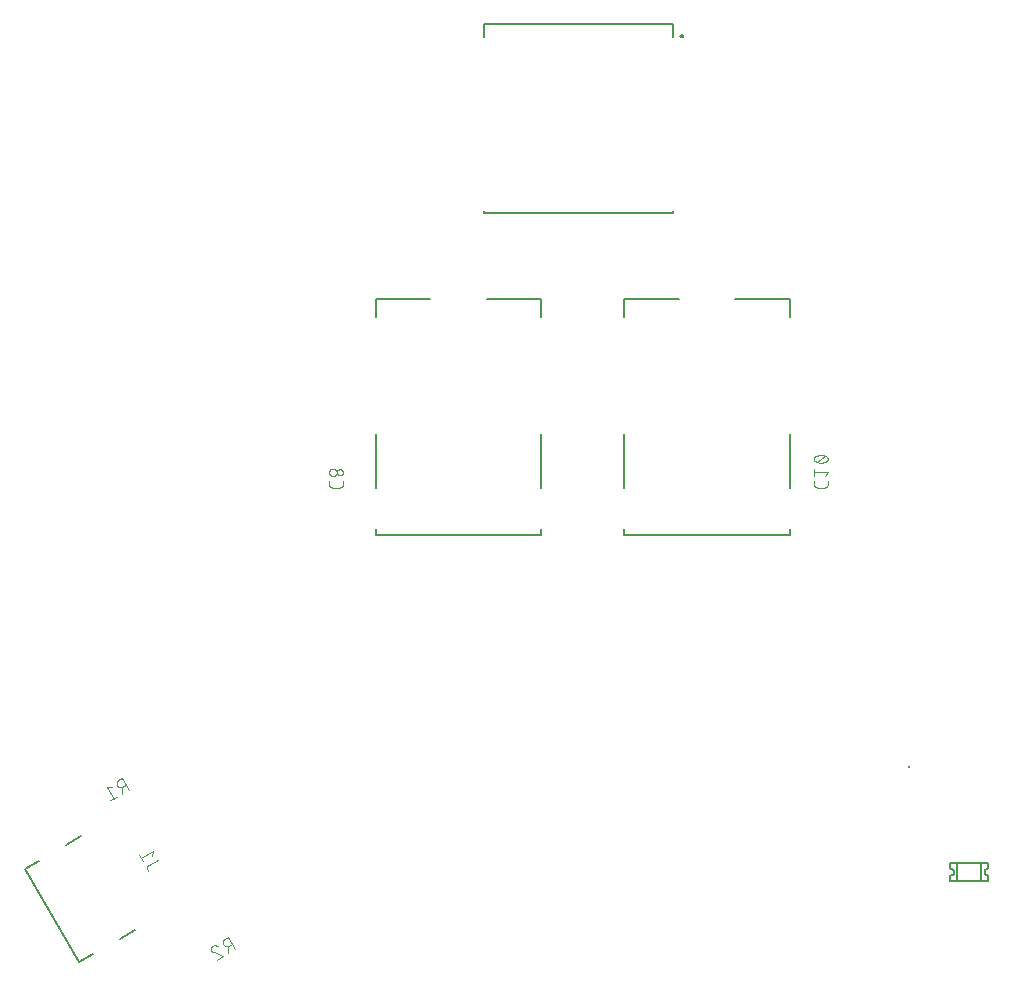
<source format=gbo>
G04 EAGLE Gerber RS-274X export*
G75*
%MOMM*%
%FSLAX34Y34*%
%LPD*%
%INBottom Silkscreen*%
%IPPOS*%
%AMOC8*
5,1,8,0,0,1.08239X$1,22.5*%
G01*
%ADD10C,0.127000*%
%ADD11C,0.200000*%
%ADD12C,0.101600*%
%ADD13C,0.152400*%
%ADD14C,0.254000*%


D10*
X564050Y816680D02*
X564050Y827680D01*
X404050Y827680D01*
X404050Y816680D01*
X564050Y669680D02*
X564050Y667680D01*
X404050Y667680D01*
X404050Y669680D01*
D11*
X570550Y817680D02*
X570552Y817743D01*
X570558Y817805D01*
X570568Y817867D01*
X570581Y817929D01*
X570599Y817989D01*
X570620Y818048D01*
X570645Y818106D01*
X570674Y818162D01*
X570706Y818216D01*
X570741Y818268D01*
X570779Y818317D01*
X570821Y818365D01*
X570865Y818409D01*
X570913Y818451D01*
X570962Y818489D01*
X571014Y818524D01*
X571068Y818556D01*
X571124Y818585D01*
X571182Y818610D01*
X571241Y818631D01*
X571301Y818649D01*
X571363Y818662D01*
X571425Y818672D01*
X571487Y818678D01*
X571550Y818680D01*
X571613Y818678D01*
X571675Y818672D01*
X571737Y818662D01*
X571799Y818649D01*
X571859Y818631D01*
X571918Y818610D01*
X571976Y818585D01*
X572032Y818556D01*
X572086Y818524D01*
X572138Y818489D01*
X572187Y818451D01*
X572235Y818409D01*
X572279Y818365D01*
X572321Y818317D01*
X572359Y818268D01*
X572394Y818216D01*
X572426Y818162D01*
X572455Y818106D01*
X572480Y818048D01*
X572501Y817989D01*
X572519Y817929D01*
X572532Y817867D01*
X572542Y817805D01*
X572548Y817743D01*
X572550Y817680D01*
X572548Y817617D01*
X572542Y817555D01*
X572532Y817493D01*
X572519Y817431D01*
X572501Y817371D01*
X572480Y817312D01*
X572455Y817254D01*
X572426Y817198D01*
X572394Y817144D01*
X572359Y817092D01*
X572321Y817043D01*
X572279Y816995D01*
X572235Y816951D01*
X572187Y816909D01*
X572138Y816871D01*
X572086Y816836D01*
X572032Y816804D01*
X571976Y816775D01*
X571918Y816750D01*
X571859Y816729D01*
X571799Y816711D01*
X571737Y816698D01*
X571675Y816688D01*
X571613Y816682D01*
X571550Y816680D01*
X571487Y816682D01*
X571425Y816688D01*
X571363Y816698D01*
X571301Y816711D01*
X571241Y816729D01*
X571182Y816750D01*
X571124Y816775D01*
X571068Y816804D01*
X571014Y816836D01*
X570962Y816871D01*
X570913Y816909D01*
X570865Y816951D01*
X570821Y816995D01*
X570779Y817043D01*
X570741Y817092D01*
X570706Y817144D01*
X570674Y817198D01*
X570645Y817254D01*
X570620Y817312D01*
X570599Y817371D01*
X570581Y817431D01*
X570568Y817493D01*
X570558Y817555D01*
X570552Y817617D01*
X570550Y817680D01*
X108982Y60902D02*
X95991Y53402D01*
X50291Y132556D02*
X63282Y140056D01*
X73474Y40402D02*
X61523Y33502D01*
X15823Y112656D01*
X27774Y119556D01*
D12*
X120232Y115623D02*
X128103Y120167D01*
X120233Y115623D02*
X120148Y115572D01*
X120065Y115517D01*
X119984Y115460D01*
X119905Y115399D01*
X119829Y115335D01*
X119755Y115268D01*
X119684Y115199D01*
X119615Y115127D01*
X119549Y115052D01*
X119487Y114975D01*
X119427Y114896D01*
X119370Y114814D01*
X119317Y114730D01*
X119266Y114644D01*
X119219Y114557D01*
X119176Y114467D01*
X119136Y114376D01*
X119099Y114284D01*
X119066Y114190D01*
X119037Y114095D01*
X119011Y113999D01*
X118989Y113902D01*
X118971Y113804D01*
X118956Y113706D01*
X118945Y113607D01*
X118938Y113508D01*
X118935Y113408D01*
X118936Y113309D01*
X118940Y113209D01*
X118949Y113110D01*
X118961Y113012D01*
X118976Y112913D01*
X118996Y112816D01*
X119019Y112719D01*
X119046Y112623D01*
X119077Y112529D01*
X119111Y112435D01*
X119149Y112343D01*
X119190Y112253D01*
X119235Y112164D01*
X119283Y112077D01*
X119282Y112077D02*
X119931Y110952D01*
X123217Y123436D02*
X123843Y127545D01*
X113724Y121703D01*
X115347Y118892D02*
X112102Y124514D01*
X103343Y179446D02*
X97501Y189564D01*
X94690Y187942D01*
X94593Y187884D01*
X94498Y187822D01*
X94405Y187757D01*
X94315Y187689D01*
X94227Y187618D01*
X94141Y187543D01*
X94058Y187466D01*
X93978Y187386D01*
X93901Y187303D01*
X93826Y187217D01*
X93755Y187129D01*
X93687Y187039D01*
X93622Y186946D01*
X93560Y186851D01*
X93502Y186754D01*
X93447Y186655D01*
X93396Y186554D01*
X93348Y186451D01*
X93303Y186347D01*
X93263Y186241D01*
X93226Y186134D01*
X93193Y186026D01*
X93163Y185916D01*
X93138Y185806D01*
X93116Y185695D01*
X93099Y185583D01*
X93085Y185470D01*
X93075Y185357D01*
X93069Y185244D01*
X93067Y185131D01*
X93069Y185018D01*
X93075Y184905D01*
X93085Y184792D01*
X93099Y184679D01*
X93116Y184567D01*
X93138Y184456D01*
X93163Y184346D01*
X93193Y184236D01*
X93226Y184128D01*
X93263Y184021D01*
X93303Y183915D01*
X93348Y183811D01*
X93396Y183708D01*
X93447Y183607D01*
X93502Y183508D01*
X93560Y183411D01*
X93622Y183316D01*
X93687Y183223D01*
X93755Y183133D01*
X93826Y183045D01*
X93901Y182959D01*
X93978Y182876D01*
X94058Y182796D01*
X94141Y182719D01*
X94227Y182644D01*
X94315Y182573D01*
X94405Y182505D01*
X94498Y182440D01*
X94593Y182378D01*
X94690Y182320D01*
X94789Y182265D01*
X94890Y182214D01*
X94993Y182166D01*
X95097Y182121D01*
X95203Y182081D01*
X95310Y182044D01*
X95418Y182011D01*
X95528Y181981D01*
X95638Y181956D01*
X95749Y181934D01*
X95861Y181917D01*
X95974Y181903D01*
X96087Y181893D01*
X96200Y181887D01*
X96313Y181885D01*
X96426Y181887D01*
X96539Y181893D01*
X96652Y181903D01*
X96765Y181917D01*
X96877Y181934D01*
X96988Y181956D01*
X97098Y181981D01*
X97208Y182011D01*
X97316Y182044D01*
X97423Y182081D01*
X97529Y182121D01*
X97633Y182166D01*
X97736Y182214D01*
X97837Y182265D01*
X97936Y182320D01*
X100747Y183943D01*
X97374Y181995D02*
X97722Y176200D01*
X88964Y181637D02*
X84856Y182263D01*
X90698Y172145D01*
X93508Y173767D02*
X87887Y170522D01*
X187450Y54918D02*
X193292Y44799D01*
X187450Y54918D02*
X184639Y53295D01*
X184542Y53237D01*
X184447Y53175D01*
X184354Y53110D01*
X184264Y53042D01*
X184176Y52971D01*
X184090Y52896D01*
X184007Y52819D01*
X183927Y52739D01*
X183850Y52656D01*
X183775Y52570D01*
X183704Y52482D01*
X183636Y52392D01*
X183571Y52299D01*
X183509Y52204D01*
X183451Y52107D01*
X183396Y52008D01*
X183345Y51907D01*
X183297Y51804D01*
X183252Y51700D01*
X183212Y51594D01*
X183175Y51487D01*
X183142Y51379D01*
X183112Y51269D01*
X183087Y51159D01*
X183065Y51048D01*
X183048Y50936D01*
X183034Y50823D01*
X183024Y50710D01*
X183018Y50597D01*
X183016Y50484D01*
X183018Y50371D01*
X183024Y50258D01*
X183034Y50145D01*
X183048Y50032D01*
X183065Y49920D01*
X183087Y49809D01*
X183112Y49699D01*
X183142Y49589D01*
X183175Y49481D01*
X183212Y49374D01*
X183252Y49268D01*
X183297Y49164D01*
X183345Y49061D01*
X183396Y48960D01*
X183451Y48861D01*
X183509Y48764D01*
X183571Y48669D01*
X183636Y48576D01*
X183704Y48486D01*
X183775Y48398D01*
X183850Y48312D01*
X183927Y48229D01*
X184007Y48149D01*
X184090Y48072D01*
X184176Y47997D01*
X184264Y47926D01*
X184354Y47858D01*
X184447Y47793D01*
X184542Y47731D01*
X184639Y47673D01*
X184738Y47618D01*
X184839Y47567D01*
X184942Y47519D01*
X185046Y47474D01*
X185152Y47434D01*
X185259Y47397D01*
X185367Y47364D01*
X185477Y47334D01*
X185587Y47309D01*
X185698Y47287D01*
X185810Y47270D01*
X185923Y47256D01*
X186036Y47246D01*
X186149Y47240D01*
X186262Y47238D01*
X186375Y47240D01*
X186488Y47246D01*
X186601Y47256D01*
X186714Y47270D01*
X186826Y47287D01*
X186937Y47309D01*
X187047Y47334D01*
X187157Y47364D01*
X187265Y47397D01*
X187372Y47434D01*
X187478Y47474D01*
X187582Y47519D01*
X187685Y47567D01*
X187786Y47618D01*
X187885Y47673D01*
X187885Y47674D02*
X190696Y49296D01*
X187323Y47349D02*
X187671Y41554D01*
X173454Y43464D02*
X173403Y43558D01*
X173354Y43653D01*
X173310Y43750D01*
X173269Y43848D01*
X173231Y43948D01*
X173197Y44049D01*
X173167Y44152D01*
X173141Y44255D01*
X173118Y44359D01*
X173100Y44465D01*
X173085Y44570D01*
X173074Y44676D01*
X173066Y44783D01*
X173063Y44889D01*
X173064Y44996D01*
X173068Y45103D01*
X173077Y45209D01*
X173089Y45315D01*
X173105Y45421D01*
X173125Y45525D01*
X173149Y45629D01*
X173177Y45732D01*
X173208Y45834D01*
X173243Y45935D01*
X173282Y46035D01*
X173324Y46133D01*
X173370Y46229D01*
X173420Y46323D01*
X173472Y46416D01*
X173528Y46507D01*
X173588Y46596D01*
X173650Y46682D01*
X173716Y46766D01*
X173785Y46848D01*
X173857Y46927D01*
X173931Y47003D01*
X174008Y47077D01*
X174088Y47147D01*
X174171Y47215D01*
X174256Y47280D01*
X174343Y47341D01*
X174432Y47400D01*
X174524Y47455D01*
X174629Y47514D01*
X174737Y47569D01*
X174846Y47621D01*
X174957Y47670D01*
X175070Y47714D01*
X175183Y47755D01*
X175299Y47793D01*
X175415Y47826D01*
X175532Y47856D01*
X175650Y47882D01*
X175769Y47905D01*
X175889Y47923D01*
X176009Y47938D01*
X176129Y47948D01*
X176250Y47955D01*
X176371Y47958D01*
X176492Y47957D01*
X176613Y47952D01*
X176734Y47943D01*
X176854Y47930D01*
X176974Y47914D01*
X177093Y47893D01*
X177212Y47869D01*
X177330Y47841D01*
X177446Y47809D01*
X177562Y47774D01*
X177676Y47734D01*
X177790Y47691D01*
X177901Y47645D01*
X178011Y47594D01*
X178120Y47541D01*
X178227Y47484D01*
X178331Y47423D01*
X178434Y47359D01*
X178535Y47292D01*
X178633Y47221D01*
X178729Y47148D01*
X178823Y47071D01*
X178914Y46992D01*
X175433Y41984D02*
X175326Y42012D01*
X175221Y42043D01*
X175116Y42079D01*
X175013Y42118D01*
X174911Y42160D01*
X174810Y42206D01*
X174712Y42256D01*
X174615Y42309D01*
X174520Y42366D01*
X174427Y42425D01*
X174336Y42488D01*
X174248Y42555D01*
X174162Y42624D01*
X174078Y42696D01*
X173997Y42771D01*
X173919Y42849D01*
X173844Y42930D01*
X173771Y43013D01*
X173701Y43099D01*
X173635Y43187D01*
X173571Y43277D01*
X173511Y43370D01*
X173454Y43465D01*
X175433Y41984D02*
X183457Y39121D01*
X177836Y35876D01*
X273008Y438104D02*
X273008Y440701D01*
X273008Y438104D02*
X273010Y438005D01*
X273016Y437905D01*
X273025Y437806D01*
X273038Y437708D01*
X273055Y437610D01*
X273076Y437512D01*
X273101Y437416D01*
X273129Y437321D01*
X273161Y437227D01*
X273196Y437134D01*
X273235Y437042D01*
X273278Y436952D01*
X273323Y436864D01*
X273373Y436777D01*
X273425Y436693D01*
X273481Y436610D01*
X273539Y436530D01*
X273601Y436452D01*
X273666Y436377D01*
X273734Y436304D01*
X273804Y436234D01*
X273877Y436166D01*
X273952Y436101D01*
X274030Y436039D01*
X274110Y435981D01*
X274193Y435925D01*
X274277Y435873D01*
X274364Y435823D01*
X274452Y435778D01*
X274542Y435735D01*
X274634Y435696D01*
X274727Y435661D01*
X274821Y435629D01*
X274916Y435601D01*
X275012Y435576D01*
X275110Y435555D01*
X275208Y435538D01*
X275306Y435525D01*
X275405Y435516D01*
X275505Y435510D01*
X275604Y435508D01*
X282096Y435508D01*
X282195Y435510D01*
X282295Y435516D01*
X282394Y435525D01*
X282492Y435538D01*
X282590Y435555D01*
X282688Y435576D01*
X282784Y435601D01*
X282879Y435629D01*
X282973Y435661D01*
X283066Y435696D01*
X283158Y435735D01*
X283248Y435778D01*
X283336Y435823D01*
X283423Y435873D01*
X283507Y435925D01*
X283590Y435981D01*
X283670Y436039D01*
X283748Y436101D01*
X283823Y436166D01*
X283896Y436234D01*
X283966Y436304D01*
X284034Y436377D01*
X284099Y436452D01*
X284161Y436530D01*
X284219Y436610D01*
X284275Y436693D01*
X284327Y436777D01*
X284377Y436864D01*
X284422Y436952D01*
X284465Y437042D01*
X284504Y437134D01*
X284539Y437226D01*
X284571Y437321D01*
X284599Y437416D01*
X284624Y437512D01*
X284645Y437610D01*
X284662Y437708D01*
X284675Y437806D01*
X284684Y437905D01*
X284690Y438005D01*
X284692Y438104D01*
X284692Y440701D01*
X276254Y445066D02*
X276367Y445068D01*
X276480Y445074D01*
X276593Y445084D01*
X276706Y445098D01*
X276818Y445115D01*
X276929Y445137D01*
X277039Y445162D01*
X277149Y445192D01*
X277257Y445225D01*
X277364Y445262D01*
X277470Y445302D01*
X277574Y445347D01*
X277677Y445395D01*
X277778Y445446D01*
X277877Y445501D01*
X277974Y445559D01*
X278069Y445621D01*
X278162Y445686D01*
X278252Y445754D01*
X278340Y445825D01*
X278426Y445900D01*
X278509Y445977D01*
X278589Y446057D01*
X278666Y446140D01*
X278741Y446226D01*
X278812Y446314D01*
X278880Y446404D01*
X278945Y446497D01*
X279007Y446592D01*
X279065Y446689D01*
X279120Y446788D01*
X279171Y446889D01*
X279219Y446992D01*
X279264Y447096D01*
X279304Y447202D01*
X279341Y447309D01*
X279374Y447417D01*
X279404Y447527D01*
X279429Y447637D01*
X279451Y447748D01*
X279468Y447860D01*
X279482Y447973D01*
X279492Y448086D01*
X279498Y448199D01*
X279500Y448312D01*
X279498Y448425D01*
X279492Y448538D01*
X279482Y448651D01*
X279468Y448764D01*
X279451Y448876D01*
X279429Y448987D01*
X279404Y449097D01*
X279374Y449207D01*
X279341Y449315D01*
X279304Y449422D01*
X279264Y449528D01*
X279219Y449632D01*
X279171Y449735D01*
X279120Y449836D01*
X279065Y449935D01*
X279007Y450032D01*
X278945Y450127D01*
X278880Y450220D01*
X278812Y450310D01*
X278741Y450398D01*
X278666Y450484D01*
X278589Y450567D01*
X278509Y450647D01*
X278426Y450724D01*
X278340Y450799D01*
X278252Y450870D01*
X278162Y450938D01*
X278069Y451003D01*
X277974Y451065D01*
X277877Y451123D01*
X277778Y451178D01*
X277677Y451229D01*
X277574Y451277D01*
X277470Y451322D01*
X277364Y451362D01*
X277257Y451399D01*
X277149Y451432D01*
X277039Y451462D01*
X276929Y451487D01*
X276818Y451509D01*
X276706Y451526D01*
X276593Y451540D01*
X276480Y451550D01*
X276367Y451556D01*
X276254Y451558D01*
X276141Y451556D01*
X276028Y451550D01*
X275915Y451540D01*
X275802Y451526D01*
X275690Y451509D01*
X275579Y451487D01*
X275469Y451462D01*
X275359Y451432D01*
X275251Y451399D01*
X275144Y451362D01*
X275038Y451322D01*
X274934Y451277D01*
X274831Y451229D01*
X274730Y451178D01*
X274631Y451123D01*
X274534Y451065D01*
X274439Y451003D01*
X274346Y450938D01*
X274256Y450870D01*
X274168Y450799D01*
X274082Y450724D01*
X273999Y450647D01*
X273919Y450567D01*
X273842Y450484D01*
X273767Y450398D01*
X273696Y450310D01*
X273628Y450220D01*
X273563Y450127D01*
X273501Y450032D01*
X273443Y449935D01*
X273388Y449836D01*
X273337Y449735D01*
X273289Y449632D01*
X273244Y449528D01*
X273204Y449422D01*
X273167Y449315D01*
X273134Y449207D01*
X273104Y449097D01*
X273079Y448987D01*
X273057Y448876D01*
X273040Y448764D01*
X273026Y448651D01*
X273016Y448538D01*
X273010Y448425D01*
X273008Y448312D01*
X273010Y448199D01*
X273016Y448086D01*
X273026Y447973D01*
X273040Y447860D01*
X273057Y447748D01*
X273079Y447637D01*
X273104Y447527D01*
X273134Y447417D01*
X273167Y447309D01*
X273204Y447202D01*
X273244Y447096D01*
X273289Y446992D01*
X273337Y446889D01*
X273388Y446788D01*
X273443Y446689D01*
X273501Y446592D01*
X273563Y446497D01*
X273628Y446404D01*
X273696Y446314D01*
X273767Y446226D01*
X273842Y446140D01*
X273919Y446057D01*
X273999Y445977D01*
X274082Y445900D01*
X274168Y445825D01*
X274256Y445754D01*
X274346Y445686D01*
X274439Y445621D01*
X274534Y445559D01*
X274631Y445501D01*
X274730Y445446D01*
X274831Y445395D01*
X274934Y445347D01*
X275038Y445302D01*
X275144Y445262D01*
X275251Y445225D01*
X275359Y445192D01*
X275469Y445162D01*
X275579Y445137D01*
X275690Y445115D01*
X275802Y445098D01*
X275915Y445084D01*
X276028Y445074D01*
X276141Y445068D01*
X276254Y445066D01*
X282096Y445716D02*
X282197Y445718D01*
X282297Y445724D01*
X282397Y445734D01*
X282497Y445747D01*
X282596Y445765D01*
X282695Y445786D01*
X282792Y445811D01*
X282889Y445840D01*
X282984Y445873D01*
X283078Y445909D01*
X283170Y445949D01*
X283261Y445992D01*
X283350Y446039D01*
X283437Y446089D01*
X283523Y446143D01*
X283606Y446200D01*
X283686Y446260D01*
X283765Y446323D01*
X283841Y446390D01*
X283914Y446459D01*
X283984Y446531D01*
X284052Y446605D01*
X284117Y446682D01*
X284178Y446762D01*
X284237Y446844D01*
X284292Y446928D01*
X284344Y447014D01*
X284393Y447102D01*
X284438Y447192D01*
X284480Y447284D01*
X284518Y447377D01*
X284552Y447472D01*
X284583Y447567D01*
X284610Y447664D01*
X284633Y447762D01*
X284653Y447861D01*
X284668Y447961D01*
X284680Y448061D01*
X284688Y448161D01*
X284692Y448262D01*
X284692Y448362D01*
X284688Y448463D01*
X284680Y448563D01*
X284668Y448663D01*
X284653Y448763D01*
X284633Y448862D01*
X284610Y448960D01*
X284583Y449057D01*
X284552Y449152D01*
X284518Y449247D01*
X284480Y449340D01*
X284438Y449432D01*
X284393Y449522D01*
X284344Y449610D01*
X284292Y449696D01*
X284237Y449780D01*
X284178Y449862D01*
X284117Y449942D01*
X284052Y450019D01*
X283984Y450093D01*
X283914Y450165D01*
X283841Y450234D01*
X283765Y450301D01*
X283686Y450364D01*
X283606Y450424D01*
X283523Y450481D01*
X283437Y450535D01*
X283350Y450585D01*
X283261Y450632D01*
X283170Y450675D01*
X283078Y450715D01*
X282984Y450751D01*
X282889Y450784D01*
X282792Y450813D01*
X282695Y450838D01*
X282596Y450859D01*
X282497Y450877D01*
X282397Y450890D01*
X282297Y450900D01*
X282197Y450906D01*
X282096Y450908D01*
X281995Y450906D01*
X281895Y450900D01*
X281795Y450890D01*
X281695Y450877D01*
X281596Y450859D01*
X281497Y450838D01*
X281400Y450813D01*
X281303Y450784D01*
X281208Y450751D01*
X281114Y450715D01*
X281022Y450675D01*
X280931Y450632D01*
X280842Y450585D01*
X280755Y450535D01*
X280669Y450481D01*
X280586Y450424D01*
X280506Y450364D01*
X280427Y450301D01*
X280351Y450234D01*
X280278Y450165D01*
X280208Y450093D01*
X280140Y450019D01*
X280075Y449942D01*
X280014Y449862D01*
X279955Y449780D01*
X279900Y449696D01*
X279848Y449610D01*
X279799Y449522D01*
X279754Y449432D01*
X279712Y449340D01*
X279674Y449247D01*
X279640Y449152D01*
X279609Y449057D01*
X279582Y448960D01*
X279559Y448862D01*
X279539Y448763D01*
X279524Y448663D01*
X279512Y448563D01*
X279504Y448463D01*
X279500Y448362D01*
X279500Y448262D01*
X279504Y448161D01*
X279512Y448061D01*
X279524Y447961D01*
X279539Y447861D01*
X279559Y447762D01*
X279582Y447664D01*
X279609Y447567D01*
X279640Y447472D01*
X279674Y447377D01*
X279712Y447284D01*
X279754Y447192D01*
X279799Y447102D01*
X279848Y447014D01*
X279900Y446928D01*
X279955Y446844D01*
X280014Y446762D01*
X280075Y446682D01*
X280140Y446605D01*
X280208Y446531D01*
X280278Y446459D01*
X280351Y446390D01*
X280427Y446323D01*
X280506Y446260D01*
X280586Y446200D01*
X280669Y446143D01*
X280755Y446089D01*
X280842Y446039D01*
X280931Y445992D01*
X281022Y445949D01*
X281114Y445909D01*
X281208Y445873D01*
X281303Y445840D01*
X281400Y445811D01*
X281497Y445786D01*
X281596Y445765D01*
X281695Y445747D01*
X281795Y445734D01*
X281895Y445724D01*
X281995Y445718D01*
X282096Y445716D01*
X683508Y440701D02*
X683508Y438104D01*
X683510Y438005D01*
X683516Y437905D01*
X683525Y437806D01*
X683538Y437708D01*
X683555Y437610D01*
X683576Y437512D01*
X683601Y437416D01*
X683629Y437321D01*
X683661Y437227D01*
X683696Y437134D01*
X683735Y437042D01*
X683778Y436952D01*
X683823Y436864D01*
X683873Y436777D01*
X683925Y436693D01*
X683981Y436610D01*
X684039Y436530D01*
X684101Y436452D01*
X684166Y436377D01*
X684234Y436304D01*
X684304Y436234D01*
X684377Y436166D01*
X684452Y436101D01*
X684530Y436039D01*
X684610Y435981D01*
X684693Y435925D01*
X684777Y435873D01*
X684864Y435823D01*
X684952Y435778D01*
X685042Y435735D01*
X685134Y435696D01*
X685227Y435661D01*
X685321Y435629D01*
X685416Y435601D01*
X685512Y435576D01*
X685610Y435555D01*
X685708Y435538D01*
X685806Y435525D01*
X685905Y435516D01*
X686005Y435510D01*
X686104Y435508D01*
X692596Y435508D01*
X692695Y435510D01*
X692795Y435516D01*
X692894Y435525D01*
X692992Y435538D01*
X693090Y435555D01*
X693188Y435576D01*
X693284Y435601D01*
X693379Y435629D01*
X693473Y435661D01*
X693566Y435696D01*
X693658Y435735D01*
X693748Y435778D01*
X693836Y435823D01*
X693923Y435873D01*
X694007Y435925D01*
X694090Y435981D01*
X694170Y436039D01*
X694248Y436101D01*
X694323Y436166D01*
X694396Y436234D01*
X694466Y436304D01*
X694534Y436377D01*
X694599Y436452D01*
X694661Y436530D01*
X694719Y436610D01*
X694775Y436693D01*
X694827Y436777D01*
X694877Y436864D01*
X694922Y436952D01*
X694965Y437042D01*
X695004Y437134D01*
X695039Y437226D01*
X695071Y437321D01*
X695099Y437416D01*
X695124Y437512D01*
X695145Y437610D01*
X695162Y437708D01*
X695175Y437806D01*
X695184Y437905D01*
X695190Y438005D01*
X695192Y438104D01*
X695192Y440701D01*
X692596Y445066D02*
X695192Y448312D01*
X683508Y448312D01*
X683508Y451557D02*
X683508Y445066D01*
X689350Y456497D02*
X689580Y456500D01*
X689810Y456508D01*
X690039Y456522D01*
X690268Y456541D01*
X690497Y456566D01*
X690724Y456596D01*
X690952Y456631D01*
X691178Y456672D01*
X691403Y456718D01*
X691627Y456770D01*
X691849Y456827D01*
X692071Y456889D01*
X692290Y456957D01*
X692508Y457030D01*
X692725Y457108D01*
X692939Y457191D01*
X693151Y457279D01*
X693361Y457372D01*
X693569Y457471D01*
X693569Y457470D02*
X693659Y457503D01*
X693748Y457539D01*
X693836Y457579D01*
X693921Y457623D01*
X694005Y457670D01*
X694087Y457720D01*
X694167Y457774D01*
X694244Y457830D01*
X694320Y457890D01*
X694393Y457953D01*
X694463Y458018D01*
X694531Y458087D01*
X694595Y458158D01*
X694657Y458231D01*
X694716Y458307D01*
X694772Y458385D01*
X694825Y458466D01*
X694874Y458548D01*
X694920Y458632D01*
X694963Y458719D01*
X695002Y458806D01*
X695038Y458896D01*
X695070Y458986D01*
X695098Y459078D01*
X695123Y459171D01*
X695144Y459265D01*
X695161Y459359D01*
X695175Y459454D01*
X695184Y459550D01*
X695190Y459646D01*
X695192Y459742D01*
X695190Y459838D01*
X695184Y459934D01*
X695175Y460030D01*
X695161Y460125D01*
X695144Y460219D01*
X695123Y460313D01*
X695098Y460406D01*
X695070Y460498D01*
X695038Y460588D01*
X695002Y460678D01*
X694963Y460765D01*
X694920Y460852D01*
X694874Y460936D01*
X694825Y461018D01*
X694772Y461099D01*
X694716Y461177D01*
X694657Y461253D01*
X694595Y461326D01*
X694531Y461397D01*
X694463Y461466D01*
X694393Y461531D01*
X694320Y461594D01*
X694244Y461654D01*
X694167Y461710D01*
X694087Y461764D01*
X694005Y461814D01*
X693921Y461861D01*
X693836Y461905D01*
X693748Y461945D01*
X693659Y461981D01*
X693569Y462014D01*
X693362Y462113D01*
X693152Y462206D01*
X692939Y462294D01*
X692725Y462377D01*
X692509Y462455D01*
X692291Y462528D01*
X692071Y462596D01*
X691850Y462658D01*
X691627Y462715D01*
X691403Y462767D01*
X691178Y462813D01*
X690952Y462854D01*
X690725Y462889D01*
X690497Y462919D01*
X690268Y462944D01*
X690039Y462963D01*
X689810Y462977D01*
X689580Y462985D01*
X689350Y462988D01*
X689350Y456496D02*
X689120Y456499D01*
X688890Y456507D01*
X688661Y456521D01*
X688432Y456540D01*
X688203Y456565D01*
X687975Y456595D01*
X687748Y456630D01*
X687522Y456671D01*
X687297Y456717D01*
X687073Y456769D01*
X686850Y456826D01*
X686629Y456888D01*
X686409Y456956D01*
X686191Y457029D01*
X685975Y457107D01*
X685761Y457190D01*
X685549Y457278D01*
X685338Y457371D01*
X685131Y457470D01*
X685041Y457503D01*
X684952Y457539D01*
X684864Y457580D01*
X684779Y457623D01*
X684695Y457670D01*
X684613Y457720D01*
X684533Y457774D01*
X684456Y457830D01*
X684380Y457890D01*
X684307Y457953D01*
X684237Y458018D01*
X684169Y458087D01*
X684105Y458158D01*
X684043Y458231D01*
X683984Y458307D01*
X683928Y458385D01*
X683875Y458466D01*
X683826Y458548D01*
X683780Y458632D01*
X683737Y458719D01*
X683698Y458806D01*
X683662Y458896D01*
X683630Y458986D01*
X683602Y459078D01*
X683577Y459171D01*
X683556Y459265D01*
X683539Y459359D01*
X683525Y459454D01*
X683516Y459550D01*
X683510Y459646D01*
X683508Y459742D01*
X685131Y462014D02*
X685338Y462113D01*
X685549Y462206D01*
X685761Y462294D01*
X685975Y462377D01*
X686191Y462455D01*
X686409Y462528D01*
X686629Y462596D01*
X686850Y462658D01*
X687073Y462715D01*
X687297Y462767D01*
X687522Y462813D01*
X687748Y462854D01*
X687975Y462889D01*
X688203Y462919D01*
X688432Y462944D01*
X688661Y462963D01*
X688890Y462977D01*
X689120Y462985D01*
X689350Y462988D01*
X685131Y462014D02*
X685041Y461981D01*
X684952Y461945D01*
X684864Y461905D01*
X684779Y461861D01*
X684695Y461814D01*
X684613Y461764D01*
X684533Y461710D01*
X684456Y461654D01*
X684380Y461594D01*
X684307Y461531D01*
X684237Y461466D01*
X684169Y461397D01*
X684105Y461326D01*
X684043Y461253D01*
X683984Y461177D01*
X683928Y461099D01*
X683875Y461018D01*
X683826Y460936D01*
X683780Y460852D01*
X683737Y460765D01*
X683698Y460678D01*
X683662Y460588D01*
X683630Y460498D01*
X683602Y460406D01*
X683577Y460313D01*
X683556Y460219D01*
X683539Y460125D01*
X683525Y460030D01*
X683516Y459934D01*
X683510Y459838D01*
X683508Y459742D01*
X686104Y457145D02*
X692596Y462338D01*
D13*
X452860Y580000D02*
X452860Y595000D01*
X406860Y595000D01*
X358860Y595000D02*
X312860Y595000D01*
X312860Y580000D01*
X312860Y480500D02*
X312860Y435500D01*
X452860Y435500D02*
X452860Y481000D01*
X452860Y400000D02*
X452860Y395000D01*
X312860Y395000D01*
X312860Y400000D01*
X662860Y580000D02*
X662860Y595000D01*
X616860Y595000D01*
X568860Y595000D02*
X522860Y595000D01*
X522860Y580000D01*
X522860Y480500D02*
X522860Y435500D01*
X662860Y435500D02*
X662860Y481000D01*
X662860Y400000D02*
X662860Y395000D01*
X522860Y395000D01*
X522860Y400000D01*
D14*
X764000Y199000D03*
D10*
X799000Y102000D02*
X805000Y102000D01*
X825000Y102000D01*
X831000Y102000D01*
X831000Y107000D01*
X831000Y113000D02*
X831000Y118000D01*
X825000Y118000D01*
X805000Y118000D01*
X799000Y118000D01*
X799000Y113000D01*
X799000Y107000D02*
X799000Y102000D01*
X799000Y107000D02*
X799108Y107002D01*
X799216Y107008D01*
X799324Y107018D01*
X799432Y107031D01*
X799539Y107049D01*
X799645Y107070D01*
X799750Y107095D01*
X799855Y107124D01*
X799958Y107157D01*
X800060Y107193D01*
X800161Y107234D01*
X800260Y107277D01*
X800357Y107325D01*
X800453Y107375D01*
X800547Y107429D01*
X800638Y107487D01*
X800728Y107548D01*
X800816Y107612D01*
X800901Y107679D01*
X800983Y107749D01*
X801063Y107822D01*
X801140Y107898D01*
X801215Y107977D01*
X801286Y108058D01*
X801355Y108142D01*
X801421Y108228D01*
X801483Y108316D01*
X801542Y108407D01*
X801598Y108500D01*
X801651Y108595D01*
X801700Y108691D01*
X801745Y108790D01*
X801787Y108890D01*
X801825Y108991D01*
X801860Y109094D01*
X801891Y109197D01*
X801918Y109302D01*
X801941Y109408D01*
X801960Y109515D01*
X801976Y109622D01*
X801988Y109730D01*
X801996Y109838D01*
X802000Y109946D01*
X802000Y110054D01*
X801996Y110162D01*
X801988Y110270D01*
X801976Y110378D01*
X801960Y110485D01*
X801941Y110592D01*
X801918Y110698D01*
X801891Y110803D01*
X801860Y110906D01*
X801825Y111009D01*
X801787Y111110D01*
X801745Y111210D01*
X801700Y111309D01*
X801651Y111405D01*
X801598Y111500D01*
X801542Y111593D01*
X801483Y111684D01*
X801421Y111772D01*
X801355Y111858D01*
X801286Y111942D01*
X801215Y112023D01*
X801140Y112102D01*
X801063Y112178D01*
X800983Y112251D01*
X800901Y112321D01*
X800816Y112388D01*
X800728Y112452D01*
X800638Y112513D01*
X800547Y112571D01*
X800453Y112625D01*
X800357Y112675D01*
X800260Y112723D01*
X800161Y112766D01*
X800060Y112807D01*
X799958Y112843D01*
X799855Y112876D01*
X799750Y112905D01*
X799645Y112930D01*
X799539Y112951D01*
X799432Y112969D01*
X799324Y112982D01*
X799216Y112992D01*
X799108Y112998D01*
X799000Y113000D01*
X831000Y113000D02*
X830892Y112998D01*
X830784Y112992D01*
X830676Y112982D01*
X830568Y112969D01*
X830461Y112951D01*
X830355Y112930D01*
X830250Y112905D01*
X830145Y112876D01*
X830042Y112843D01*
X829940Y112807D01*
X829839Y112766D01*
X829740Y112723D01*
X829643Y112675D01*
X829547Y112625D01*
X829453Y112571D01*
X829362Y112513D01*
X829272Y112452D01*
X829184Y112388D01*
X829099Y112321D01*
X829017Y112251D01*
X828937Y112178D01*
X828860Y112102D01*
X828785Y112023D01*
X828714Y111942D01*
X828645Y111858D01*
X828579Y111772D01*
X828517Y111684D01*
X828458Y111593D01*
X828402Y111500D01*
X828349Y111405D01*
X828300Y111309D01*
X828255Y111210D01*
X828213Y111110D01*
X828175Y111009D01*
X828140Y110906D01*
X828109Y110803D01*
X828082Y110698D01*
X828059Y110592D01*
X828040Y110485D01*
X828024Y110378D01*
X828012Y110270D01*
X828004Y110162D01*
X828000Y110054D01*
X828000Y109946D01*
X828004Y109838D01*
X828012Y109730D01*
X828024Y109622D01*
X828040Y109515D01*
X828059Y109408D01*
X828082Y109302D01*
X828109Y109197D01*
X828140Y109094D01*
X828175Y108991D01*
X828213Y108890D01*
X828255Y108790D01*
X828300Y108691D01*
X828349Y108595D01*
X828402Y108500D01*
X828458Y108407D01*
X828517Y108316D01*
X828579Y108228D01*
X828645Y108142D01*
X828714Y108058D01*
X828785Y107977D01*
X828860Y107898D01*
X828937Y107822D01*
X829017Y107749D01*
X829099Y107679D01*
X829184Y107612D01*
X829272Y107548D01*
X829362Y107487D01*
X829453Y107429D01*
X829547Y107375D01*
X829643Y107325D01*
X829740Y107277D01*
X829839Y107234D01*
X829940Y107193D01*
X830042Y107157D01*
X830145Y107124D01*
X830250Y107095D01*
X830355Y107070D01*
X830461Y107049D01*
X830568Y107031D01*
X830676Y107018D01*
X830784Y107008D01*
X830892Y107002D01*
X831000Y107000D01*
X805000Y102000D02*
X805000Y118000D01*
X825000Y118000D02*
X825000Y102000D01*
M02*

</source>
